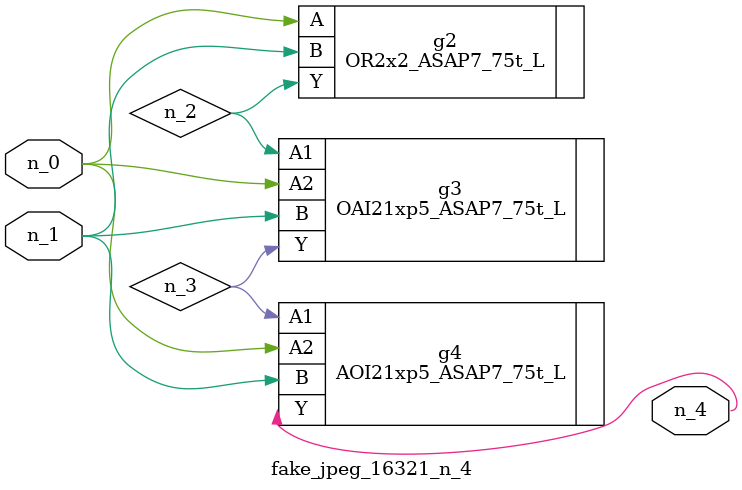
<source format=v>
module fake_jpeg_16321_n_4 (n_0, n_1, n_4);

input n_0;
input n_1;

output n_4;

wire n_2;
wire n_3;

OR2x2_ASAP7_75t_L g2 ( 
.A(n_0),
.B(n_1),
.Y(n_2)
);

OAI21xp5_ASAP7_75t_L g3 ( 
.A1(n_2),
.A2(n_0),
.B(n_1),
.Y(n_3)
);

AOI21xp5_ASAP7_75t_L g4 ( 
.A1(n_3),
.A2(n_0),
.B(n_1),
.Y(n_4)
);


endmodule
</source>
